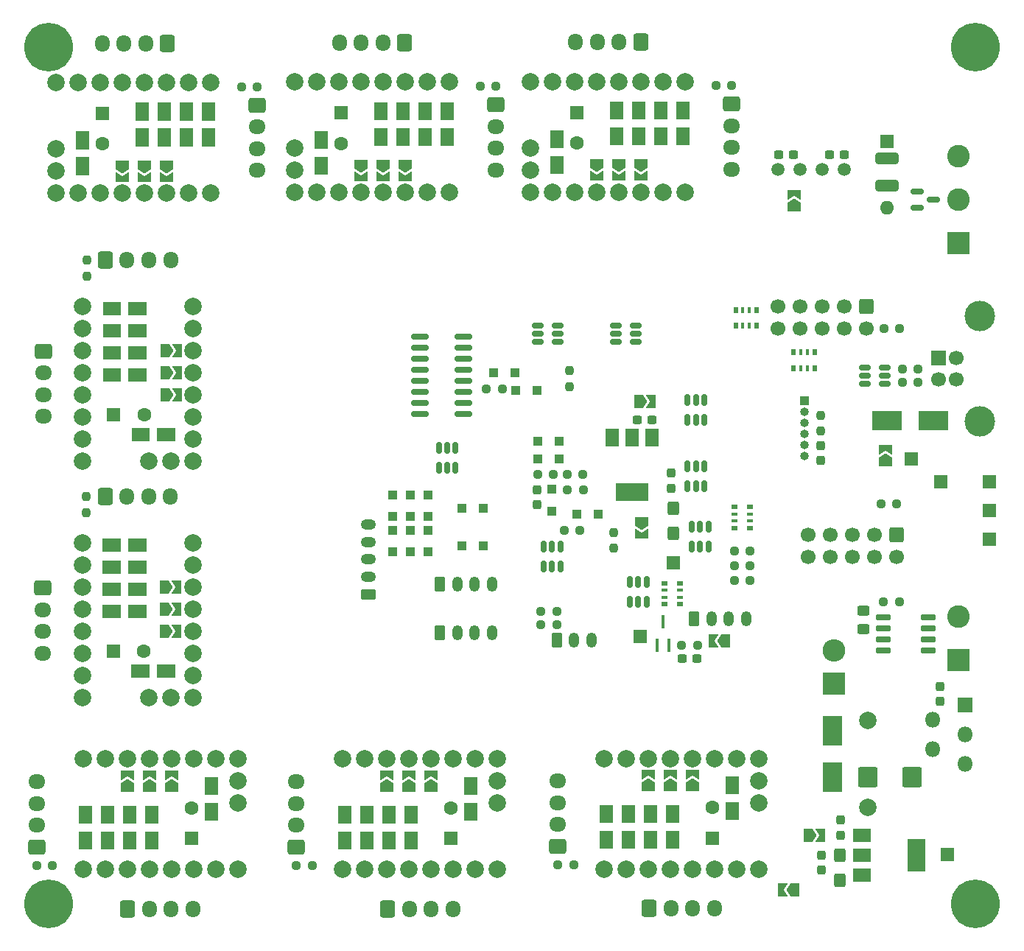
<source format=gbr>
%TF.GenerationSoftware,KiCad,Pcbnew,6.0.5*%
%TF.CreationDate,2022-11-27T13:32:37+03:00*%
%TF.ProjectId,multistepper,6d756c74-6973-4746-9570-7065722e6b69,rev?*%
%TF.SameCoordinates,Original*%
%TF.FileFunction,Soldermask,Bot*%
%TF.FilePolarity,Negative*%
%FSLAX46Y46*%
G04 Gerber Fmt 4.6, Leading zero omitted, Abs format (unit mm)*
G04 Created by KiCad (PCBNEW 6.0.5) date 2022-11-27 13:32:37*
%MOMM*%
%LPD*%
G01*
G04 APERTURE LIST*
G04 Aperture macros list*
%AMRoundRect*
0 Rectangle with rounded corners*
0 $1 Rounding radius*
0 $2 $3 $4 $5 $6 $7 $8 $9 X,Y pos of 4 corners*
0 Add a 4 corners polygon primitive as box body*
4,1,4,$2,$3,$4,$5,$6,$7,$8,$9,$2,$3,0*
0 Add four circle primitives for the rounded corners*
1,1,$1+$1,$2,$3*
1,1,$1+$1,$4,$5*
1,1,$1+$1,$6,$7*
1,1,$1+$1,$8,$9*
0 Add four rect primitives between the rounded corners*
20,1,$1+$1,$2,$3,$4,$5,0*
20,1,$1+$1,$4,$5,$6,$7,0*
20,1,$1+$1,$6,$7,$8,$9,0*
20,1,$1+$1,$8,$9,$2,$3,0*%
%AMFreePoly0*
4,1,6,1.000000,0.000000,0.500000,-0.750000,-0.500000,-0.750000,-0.500000,0.750000,0.500000,0.750000,1.000000,0.000000,1.000000,0.000000,$1*%
%AMFreePoly1*
4,1,6,0.500000,-0.750000,-0.650000,-0.750000,-0.150000,0.000000,-0.650000,0.750000,0.500000,0.750000,0.500000,-0.750000,0.500000,-0.750000,$1*%
G04 Aperture macros list end*
%ADD10O,1.700000X1.950000*%
%ADD11RoundRect,0.250000X0.600000X0.725000X-0.600000X0.725000X-0.600000X-0.725000X0.600000X-0.725000X0*%
%ADD12R,2.000000X1.500000*%
%ADD13R,2.000000X3.800000*%
%ADD14R,1.500000X1.500000*%
%ADD15FreePoly0,0.000000*%
%ADD16FreePoly1,0.000000*%
%ADD17RoundRect,0.237500X-0.237500X0.300000X-0.237500X-0.300000X0.237500X-0.300000X0.237500X0.300000X0*%
%ADD18RoundRect,0.250000X-0.425000X0.537500X-0.425000X-0.537500X0.425000X-0.537500X0.425000X0.537500X0*%
%ADD19RoundRect,0.237500X0.237500X-0.300000X0.237500X0.300000X-0.237500X0.300000X-0.237500X-0.300000X0*%
%ADD20C,5.600000*%
%ADD21O,1.950000X1.700000*%
%ADD22RoundRect,0.250000X-0.725000X0.600000X-0.725000X-0.600000X0.725000X-0.600000X0.725000X0.600000X0*%
%ADD23O,1.750000X1.200000*%
%ADD24RoundRect,0.250000X0.625000X-0.350000X0.625000X0.350000X-0.625000X0.350000X-0.625000X-0.350000X0*%
%ADD25C,1.700000*%
%ADD26RoundRect,0.250000X-0.600000X0.600000X-0.600000X-0.600000X0.600000X-0.600000X0.600000X0.600000X0*%
%ADD27RoundRect,0.250000X0.725000X-0.600000X0.725000X0.600000X-0.725000X0.600000X-0.725000X-0.600000X0*%
%ADD28R,1.600000X1.600000*%
%ADD29O,1.600000X1.600000*%
%ADD30C,1.600000*%
%ADD31O,1.200000X1.750000*%
%ADD32RoundRect,0.250000X-0.350000X-0.625000X0.350000X-0.625000X0.350000X0.625000X-0.350000X0.625000X0*%
%ADD33RoundRect,0.250000X-0.600000X-0.725000X0.600000X-0.725000X0.600000X0.725000X-0.600000X0.725000X0*%
%ADD34C,2.000000*%
%ADD35C,2.600000*%
%ADD36R,2.600000X2.600000*%
%ADD37O,1.000000X1.000000*%
%ADD38R,1.000000X1.000000*%
%ADD39C,1.500000*%
%ADD40O,2.600000X2.600000*%
%ADD41O,1.800000X1.800000*%
%ADD42R,1.800000X1.800000*%
%ADD43C,3.500000*%
%ADD44R,1.700000X1.700000*%
%ADD45RoundRect,0.150000X-0.512500X-0.150000X0.512500X-0.150000X0.512500X0.150000X-0.512500X0.150000X0*%
%ADD46FreePoly0,90.000000*%
%ADD47FreePoly0,270.000000*%
%ADD48FreePoly1,90.000000*%
%ADD49FreePoly0,180.000000*%
%ADD50RoundRect,0.237500X-0.250000X-0.237500X0.250000X-0.237500X0.250000X0.237500X-0.250000X0.237500X0*%
%ADD51FreePoly1,270.000000*%
%ADD52R,0.500000X0.800000*%
%ADD53R,0.400000X0.800000*%
%ADD54R,0.800000X0.500000*%
%ADD55R,0.800000X0.400000*%
%ADD56RoundRect,0.150000X-0.587500X-0.150000X0.587500X-0.150000X0.587500X0.150000X-0.587500X0.150000X0*%
%ADD57RoundRect,0.150000X-0.150000X0.512500X-0.150000X-0.512500X0.150000X-0.512500X0.150000X0.512500X0*%
%ADD58RoundRect,0.237500X0.250000X0.237500X-0.250000X0.237500X-0.250000X-0.237500X0.250000X-0.237500X0*%
%ADD59RoundRect,0.150000X0.825000X0.150000X-0.825000X0.150000X-0.825000X-0.150000X0.825000X-0.150000X0*%
%ADD60RoundRect,0.150000X0.512500X0.150000X-0.512500X0.150000X-0.512500X-0.150000X0.512500X-0.150000X0*%
%ADD61RoundRect,0.237500X0.300000X0.237500X-0.300000X0.237500X-0.300000X-0.237500X0.300000X-0.237500X0*%
%ADD62RoundRect,0.237500X0.237500X-0.250000X0.237500X0.250000X-0.237500X0.250000X-0.237500X-0.250000X0*%
%ADD63RoundRect,0.250000X0.450000X-0.325000X0.450000X0.325000X-0.450000X0.325000X-0.450000X-0.325000X0*%
%ADD64FreePoly1,180.000000*%
%ADD65R,2.300000X3.500000*%
%ADD66R,3.500000X2.300000*%
%ADD67RoundRect,0.237500X-0.300000X-0.237500X0.300000X-0.237500X0.300000X0.237500X-0.300000X0.237500X0*%
%ADD68RoundRect,0.250000X-0.875000X-0.925000X0.875000X-0.925000X0.875000X0.925000X-0.875000X0.925000X0*%
%ADD69RoundRect,0.237500X-0.237500X0.250000X-0.237500X-0.250000X0.237500X-0.250000X0.237500X0.250000X0*%
%ADD70R,0.450000X1.500000*%
%ADD71RoundRect,0.150000X-0.725000X-0.150000X0.725000X-0.150000X0.725000X0.150000X-0.725000X0.150000X0*%
%ADD72R,1.500000X2.000000*%
%ADD73R,3.800000X2.000000*%
%ADD74RoundRect,0.250000X-1.075000X0.400000X-1.075000X-0.400000X1.075000X-0.400000X1.075000X0.400000X0*%
G04 APERTURE END LIST*
D10*
%TO.C,J15*%
X65144000Y-41563654D03*
X67644000Y-41563654D03*
X70144000Y-41563654D03*
D11*
X72644000Y-41563654D03*
%TD*%
D12*
%TO.C,U8*%
X152450000Y-132574000D03*
X152450000Y-134874000D03*
D13*
X158750000Y-134874000D03*
D12*
X152450000Y-137174000D03*
%TD*%
D14*
%TO.C,TP8*%
X162255200Y-134823200D03*
%TD*%
D15*
%TO.C,JP7*%
X146239400Y-132588000D03*
D16*
X147689400Y-132588000D03*
%TD*%
D17*
%TO.C,C29*%
X147828000Y-136600100D03*
X147828000Y-134875100D03*
%TD*%
D18*
%TO.C,C28*%
X149910800Y-137749000D03*
X149910800Y-134874000D03*
%TD*%
D19*
%TO.C,C27*%
X150012400Y-130861900D03*
X150012400Y-132586900D03*
%TD*%
D20*
%TO.C,H4*%
X165500000Y-140500000D03*
%TD*%
%TO.C,H3*%
X59000000Y-140500000D03*
%TD*%
%TO.C,H2*%
X165500000Y-42000000D03*
%TD*%
%TO.C,H1*%
X59000000Y-42000000D03*
%TD*%
D11*
%TO.C,J17*%
X99921075Y-41501827D03*
D10*
X97421075Y-41501827D03*
X94921075Y-41501827D03*
X92421075Y-41501827D03*
%TD*%
D21*
%TO.C,J12*%
X58374000Y-84474000D03*
X58374000Y-81974000D03*
X58374000Y-79474000D03*
D22*
X58374000Y-76974000D03*
%TD*%
D23*
%TO.C,J6*%
X95758000Y-96902000D03*
X95758000Y-98902000D03*
X95758000Y-100902000D03*
X95758000Y-102902000D03*
D24*
X95758000Y-104902000D03*
%TD*%
D25*
%TO.C,J2*%
X142798800Y-74380700D03*
X142798800Y-71840700D03*
X145338800Y-74380700D03*
X145338800Y-71840700D03*
X147878800Y-74380700D03*
X147878800Y-71840700D03*
X150418800Y-74380700D03*
X150418800Y-71840700D03*
X152958800Y-74380700D03*
D26*
X152958800Y-71840700D03*
%TD*%
D21*
%TO.C,J22*%
X87466000Y-126434000D03*
X87466000Y-128934000D03*
X87466000Y-131434000D03*
D27*
X87466000Y-133934000D03*
%TD*%
D14*
%TO.C,TP7*%
X161544000Y-91948000D03*
%TD*%
D28*
%TO.C,SW3*%
X155295600Y-52832000D03*
D29*
X155295600Y-60452000D03*
%TD*%
D30*
%TO.C,C24*%
X105246000Y-129478000D03*
D28*
X105246000Y-132978000D03*
%TD*%
D31*
%TO.C,J5*%
X109934000Y-103733600D03*
X107934000Y-103733600D03*
X105934000Y-103733600D03*
D32*
X103934000Y-103733600D03*
%TD*%
D33*
%TO.C,J11*%
X65500000Y-66500000D03*
D10*
X68000000Y-66500000D03*
X70500000Y-66500000D03*
X73000000Y-66500000D03*
%TD*%
D34*
%TO.C,XX5*%
X140640000Y-123774000D03*
X138100000Y-123774000D03*
X135560000Y-123774000D03*
X133020000Y-123774000D03*
X130480000Y-123774000D03*
X127940000Y-123774000D03*
X125400000Y-123774000D03*
X122860000Y-123774000D03*
X122860000Y-136474000D03*
X125400000Y-136474000D03*
X127940000Y-136474000D03*
X130480000Y-136474000D03*
X133020000Y-136474000D03*
X135560000Y-136474000D03*
X138100000Y-136474000D03*
X140640000Y-136474000D03*
X140640000Y-126314000D03*
X140640000Y-128854000D03*
%TD*%
D31*
%TO.C,J13*%
X121380000Y-110194000D03*
X119380000Y-110194000D03*
D32*
X117380000Y-110194000D03*
%TD*%
D34*
%TO.C,XX8*%
X75572000Y-116801600D03*
X75572000Y-114261600D03*
X75572000Y-111721600D03*
X75572000Y-109181600D03*
X75572000Y-106641600D03*
X75572000Y-104101600D03*
X75572000Y-101561600D03*
X75572000Y-99021600D03*
X62872000Y-99021600D03*
X62872000Y-101561600D03*
X62872000Y-104101600D03*
X62872000Y-106641600D03*
X62872000Y-109181600D03*
X62872000Y-111721600D03*
X62872000Y-114261600D03*
X62872000Y-116801600D03*
X73032000Y-116801600D03*
X70492000Y-116801600D03*
%TD*%
%TO.C,XX3*%
X87281075Y-53647827D03*
X87281075Y-56187827D03*
X87281075Y-46027827D03*
X89821075Y-46027827D03*
X92361075Y-46027827D03*
X94901075Y-46027827D03*
X97441075Y-46027827D03*
X99981075Y-46027827D03*
X102521075Y-46027827D03*
X105061075Y-46027827D03*
X105061075Y-58727827D03*
X102521075Y-58727827D03*
X99981075Y-58727827D03*
X97441075Y-58727827D03*
X94901075Y-58727827D03*
X92361075Y-58727827D03*
X89821075Y-58727827D03*
X87281075Y-58727827D03*
%TD*%
D35*
%TO.C,J10*%
X163576000Y-107482000D03*
D36*
X163576000Y-112482000D03*
%TD*%
D25*
%TO.C,J3*%
X146304000Y-100584000D03*
X146304000Y-98044000D03*
X148844000Y-100584000D03*
X148844000Y-98044000D03*
X151384000Y-100584000D03*
X151384000Y-98044000D03*
X153924000Y-100584000D03*
X153924000Y-98044000D03*
X156464000Y-100584000D03*
D26*
X156464000Y-98044000D03*
%TD*%
D14*
%TO.C,TP3*%
X167132000Y-91948000D03*
%TD*%
D37*
%TO.C,J1*%
X145821000Y-89027000D03*
X145821000Y-87757000D03*
X145821000Y-86487000D03*
X145821000Y-85217000D03*
X145821000Y-83947000D03*
D38*
X145821000Y-82677000D03*
%TD*%
D27*
%TO.C,J24*%
X57604925Y-133934000D03*
D21*
X57604925Y-131434000D03*
X57604925Y-128934000D03*
X57604925Y-126434000D03*
%TD*%
D28*
%TO.C,C23*%
X135306000Y-132918000D03*
D30*
X135306000Y-129418000D03*
%TD*%
D11*
%TO.C,J19*%
X127026450Y-41440000D03*
D10*
X124526450Y-41440000D03*
X122026450Y-41440000D03*
X119526450Y-41440000D03*
%TD*%
D14*
%TO.C,TP2*%
X167132000Y-95250000D03*
%TD*%
D22*
%TO.C,J14*%
X82974000Y-48689654D03*
D21*
X82974000Y-51189654D03*
X82974000Y-53689654D03*
X82974000Y-56189654D03*
%TD*%
D33*
%TO.C,J23*%
X97940000Y-141060000D03*
D10*
X100440000Y-141060000D03*
X102940000Y-141060000D03*
X105440000Y-141060000D03*
%TD*%
%TO.C,J25*%
X75578925Y-141060000D03*
X73078925Y-141060000D03*
X70578925Y-141060000D03*
D33*
X68078925Y-141060000D03*
%TD*%
D34*
%TO.C,XX4*%
X114386450Y-53586000D03*
X114386450Y-56126000D03*
X114386450Y-45966000D03*
X116926450Y-45966000D03*
X119466450Y-45966000D03*
X122006450Y-45966000D03*
X124546450Y-45966000D03*
X127086450Y-45966000D03*
X129626450Y-45966000D03*
X132166450Y-45966000D03*
X132166450Y-58666000D03*
X129626450Y-58666000D03*
X127086450Y-58666000D03*
X124546450Y-58666000D03*
X122006450Y-58666000D03*
X119466450Y-58666000D03*
X116926450Y-58666000D03*
X114386450Y-58666000D03*
%TD*%
D10*
%TO.C,J21*%
X135500000Y-141000000D03*
X133000000Y-141000000D03*
X130500000Y-141000000D03*
D33*
X128000000Y-141000000D03*
%TD*%
D30*
%TO.C,C21*%
X92615075Y-53083827D03*
D28*
X92615075Y-49583827D03*
%TD*%
D30*
%TO.C,C22*%
X119720450Y-53022000D03*
D28*
X119720450Y-49522000D03*
%TD*%
D21*
%TO.C,J18*%
X137500450Y-56066000D03*
X137500450Y-53566000D03*
X137500450Y-51066000D03*
D22*
X137500450Y-48566000D03*
%TD*%
D39*
%TO.C,Q1*%
X150418800Y-56083200D03*
X147878800Y-56083200D03*
X145338800Y-56083200D03*
X142798800Y-56083200D03*
%TD*%
D34*
%TO.C,XX6*%
X110580000Y-128914000D03*
X110580000Y-126374000D03*
X110580000Y-136534000D03*
X108040000Y-136534000D03*
X105500000Y-136534000D03*
X102960000Y-136534000D03*
X100420000Y-136534000D03*
X97880000Y-136534000D03*
X95340000Y-136534000D03*
X92800000Y-136534000D03*
X92800000Y-123834000D03*
X95340000Y-123834000D03*
X97880000Y-123834000D03*
X100420000Y-123834000D03*
X102960000Y-123834000D03*
X105500000Y-123834000D03*
X108040000Y-123834000D03*
X110580000Y-123834000D03*
%TD*%
D40*
%TO.C,D26*%
X149250400Y-111384400D03*
D36*
X149250400Y-115194400D03*
%TD*%
D14*
%TO.C,TP6*%
X127000000Y-109728000D03*
%TD*%
D28*
%TO.C,C19*%
X66456000Y-84280000D03*
D30*
X69956000Y-84280000D03*
%TD*%
D41*
%TO.C,U5*%
X164287200Y-124402000D03*
X160587200Y-122702000D03*
X164287200Y-121002000D03*
X160587200Y-119302000D03*
D42*
X164287200Y-117602000D03*
%TD*%
D21*
%TO.C,J27*%
X58346000Y-111661600D03*
X58346000Y-109161600D03*
X58346000Y-106661600D03*
D22*
X58346000Y-104161600D03*
%TD*%
D31*
%TO.C,J7*%
X139144000Y-107704800D03*
X137144000Y-107704800D03*
X135144000Y-107704800D03*
D32*
X133144000Y-107704800D03*
%TD*%
D14*
%TO.C,TP4*%
X167132000Y-98552000D03*
%TD*%
D34*
%TO.C,L1*%
X153162000Y-129409200D03*
X153162000Y-119409200D03*
%TD*%
D28*
%TO.C,C20*%
X65194000Y-49645654D03*
D30*
X65194000Y-53145654D03*
%TD*%
D34*
%TO.C,XX2*%
X59860000Y-58789654D03*
X62400000Y-58789654D03*
X64940000Y-58789654D03*
X67480000Y-58789654D03*
X70020000Y-58789654D03*
X72560000Y-58789654D03*
X75100000Y-58789654D03*
X77640000Y-58789654D03*
X77640000Y-46089654D03*
X75100000Y-46089654D03*
X72560000Y-46089654D03*
X70020000Y-46089654D03*
X67480000Y-46089654D03*
X64940000Y-46089654D03*
X62400000Y-46089654D03*
X59860000Y-46089654D03*
X59860000Y-56249654D03*
X59860000Y-53709654D03*
%TD*%
D36*
%TO.C,J9*%
X163576000Y-64516000D03*
D35*
X163576000Y-59516000D03*
X163576000Y-54516000D03*
%TD*%
D28*
%TO.C,C25*%
X75384925Y-132978000D03*
D30*
X75384925Y-129478000D03*
%TD*%
D34*
%TO.C,XX7*%
X80718925Y-123834000D03*
X78178925Y-123834000D03*
X75638925Y-123834000D03*
X73098925Y-123834000D03*
X70558925Y-123834000D03*
X68018925Y-123834000D03*
X65478925Y-123834000D03*
X62938925Y-123834000D03*
X62938925Y-136534000D03*
X65478925Y-136534000D03*
X68018925Y-136534000D03*
X70558925Y-136534000D03*
X73098925Y-136534000D03*
X75638925Y-136534000D03*
X78178925Y-136534000D03*
X80718925Y-136534000D03*
X80718925Y-126374000D03*
X80718925Y-128914000D03*
%TD*%
D33*
%TO.C,J26*%
X65472000Y-93687600D03*
D10*
X67972000Y-93687600D03*
X70472000Y-93687600D03*
X72972000Y-93687600D03*
%TD*%
D31*
%TO.C,J4*%
X109934000Y-109321600D03*
X107934000Y-109321600D03*
X105934000Y-109321600D03*
D32*
X103934000Y-109321600D03*
%TD*%
D27*
%TO.C,J20*%
X117526000Y-133874000D03*
D21*
X117526000Y-131374000D03*
X117526000Y-128874000D03*
X117526000Y-126374000D03*
%TD*%
%TO.C,J16*%
X110395075Y-56127827D03*
X110395075Y-53627827D03*
X110395075Y-51127827D03*
D22*
X110395075Y-48627827D03*
%TD*%
D14*
%TO.C,TP5*%
X130810000Y-101244400D03*
%TD*%
D28*
%TO.C,C26*%
X66428000Y-111467600D03*
D30*
X69928000Y-111467600D03*
%TD*%
D34*
%TO.C,XX1*%
X75600000Y-89614000D03*
X75600000Y-87074000D03*
X75600000Y-84534000D03*
X75600000Y-81994000D03*
X75600000Y-79454000D03*
X75600000Y-76914000D03*
X75600000Y-74374000D03*
X75600000Y-71834000D03*
X62900000Y-71834000D03*
X62900000Y-74374000D03*
X62900000Y-76914000D03*
X62900000Y-79454000D03*
X62900000Y-81994000D03*
X62900000Y-84534000D03*
X62900000Y-87074000D03*
X62900000Y-89614000D03*
X73060000Y-89614000D03*
X70520000Y-89614000D03*
%TD*%
D43*
%TO.C,J8*%
X166000000Y-85000000D03*
X166000000Y-72960000D03*
D25*
X163290000Y-77730000D03*
X163290000Y-80230000D03*
X161290000Y-80230000D03*
D44*
X161290000Y-77730000D03*
%TD*%
D14*
%TO.C,TP1*%
X158167500Y-89348000D03*
%TD*%
D45*
%TO.C,D3*%
X117464000Y-75880000D03*
X117464000Y-74930000D03*
X117464000Y-73980000D03*
X115189000Y-73980000D03*
X115189000Y-74930000D03*
X115189000Y-75880000D03*
%TD*%
D14*
%TO.C,JP36*%
X126832450Y-49592000D03*
X126832450Y-51992000D03*
D46*
X126832450Y-52792000D03*
D47*
X126832450Y-48792000D03*
%TD*%
D14*
%TO.C,JP51*%
X100674000Y-132908000D03*
X100674000Y-130508000D03*
D47*
X100674000Y-129708000D03*
D46*
X100674000Y-133708000D03*
%TD*%
%TO.C,JP1*%
X144627600Y-60364200D03*
D48*
X144627600Y-58914200D03*
%TD*%
D46*
%TO.C,JP42*%
X137592000Y-130346000D03*
D47*
X137592000Y-126346000D03*
D14*
X137592000Y-127146000D03*
X137592000Y-129546000D03*
%TD*%
D15*
%TO.C,JP67*%
X65698000Y-106895600D03*
D49*
X69698000Y-106895600D03*
D14*
X66498000Y-106895600D03*
X68898000Y-106895600D03*
%TD*%
D48*
%TO.C,JP46*%
X130480000Y-125589000D03*
D46*
X130480000Y-127039000D03*
%TD*%
D15*
%TO.C,JP64*%
X65698000Y-101815600D03*
D49*
X69698000Y-101815600D03*
D14*
X68898000Y-101815600D03*
X66498000Y-101815600D03*
%TD*%
%TO.C,JP26*%
X90329075Y-52955827D03*
X90329075Y-55355827D03*
D46*
X90329075Y-56155827D03*
D47*
X90329075Y-52155827D03*
%TD*%
%TO.C,JP18*%
X62908000Y-52217654D03*
D46*
X62908000Y-56217654D03*
D14*
X62908000Y-53017654D03*
X62908000Y-55417654D03*
%TD*%
D15*
%TO.C,JP5*%
X126833800Y-82753200D03*
D16*
X128283800Y-82753200D03*
%TD*%
D50*
%TO.C,R5*%
X137771500Y-103276400D03*
X139596500Y-103276400D03*
%TD*%
D47*
%TO.C,JP38*%
X124546450Y-55401000D03*
D51*
X124546450Y-56851000D03*
%TD*%
D50*
%TO.C,R8*%
X118213500Y-97536000D03*
X120038500Y-97536000D03*
%TD*%
%TO.C,R12*%
X118619900Y-92913200D03*
X120444900Y-92913200D03*
%TD*%
D38*
%TO.C,D20*%
X116840000Y-92831600D03*
X116840000Y-95331600D03*
%TD*%
%TO.C,D23*%
X115123600Y-81483200D03*
X112623600Y-81483200D03*
%TD*%
D52*
%TO.C,RN3*%
X147021400Y-78903400D03*
D53*
X146221400Y-78903400D03*
X145421400Y-78903400D03*
D52*
X144621400Y-78903400D03*
X144621400Y-77103400D03*
D53*
X145421400Y-77103400D03*
X146221400Y-77103400D03*
D52*
X147021400Y-77103400D03*
%TD*%
D47*
%TO.C,JP29*%
X94901075Y-55462827D03*
D51*
X94901075Y-56912827D03*
%TD*%
D16*
%TO.C,JP70*%
X73757000Y-106641600D03*
D15*
X72307000Y-106641600D03*
%TD*%
D38*
%TO.C,D10*%
X100584000Y-97556000D03*
X100584000Y-100056000D03*
%TD*%
%TO.C,D17*%
X100584000Y-93492000D03*
X100584000Y-95992000D03*
%TD*%
D14*
%TO.C,JP49*%
X93054000Y-130508000D03*
X93054000Y-132908000D03*
D47*
X93054000Y-129708000D03*
D46*
X93054000Y-133708000D03*
%TD*%
D14*
%TO.C,JP27*%
X97187075Y-49653827D03*
X97187075Y-52053827D03*
D46*
X97187075Y-52853827D03*
D47*
X97187075Y-48853827D03*
%TD*%
D14*
%TO.C,JP50*%
X107532000Y-127206000D03*
X107532000Y-129606000D03*
D47*
X107532000Y-126406000D03*
D46*
X107532000Y-130406000D03*
%TD*%
D54*
%TO.C,RN4*%
X137784000Y-97262800D03*
D55*
X137784000Y-96462800D03*
X137784000Y-95662800D03*
D54*
X137784000Y-94862800D03*
X139584000Y-94862800D03*
D55*
X139584000Y-95662800D03*
X139584000Y-96462800D03*
D54*
X139584000Y-97262800D03*
%TD*%
D14*
%TO.C,JP24*%
X102267075Y-52053827D03*
X102267075Y-49653827D03*
D46*
X102267075Y-52853827D03*
D47*
X102267075Y-48853827D03*
%TD*%
D56*
%TO.C,D24*%
X158828500Y-60487600D03*
X158828500Y-58587600D03*
X160703500Y-59537600D03*
%TD*%
D57*
%TO.C,D4*%
X103850400Y-90342300D03*
X104800400Y-90342300D03*
X105750400Y-90342300D03*
X105750400Y-88067300D03*
X104800400Y-88067300D03*
X103850400Y-88067300D03*
%TD*%
D16*
%TO.C,JP15*%
X73785000Y-76914000D03*
D15*
X72335000Y-76914000D03*
%TD*%
D58*
%TO.C,R16*%
X158900500Y-80524000D03*
X157075500Y-80524000D03*
%TD*%
D50*
%TO.C,R6*%
X109272700Y-81280000D03*
X111097700Y-81280000D03*
%TD*%
D15*
%TO.C,JP10*%
X69028000Y-86566000D03*
D49*
X73028000Y-86566000D03*
D14*
X69828000Y-86566000D03*
X72228000Y-86566000D03*
%TD*%
D16*
%TO.C,JP13*%
X73785000Y-81994000D03*
D15*
X72335000Y-81994000D03*
%TD*%
%TO.C,JP8*%
X65726000Y-74628000D03*
D49*
X69726000Y-74628000D03*
D14*
X68926000Y-74628000D03*
X66526000Y-74628000D03*
%TD*%
D59*
%TO.C,U7*%
X101665000Y-75311000D03*
X101665000Y-76581000D03*
X101665000Y-77851000D03*
X101665000Y-79121000D03*
X101665000Y-80391000D03*
X101665000Y-81661000D03*
X101665000Y-82931000D03*
X101665000Y-84201000D03*
X106615000Y-84201000D03*
X106615000Y-82931000D03*
X106615000Y-81661000D03*
X106615000Y-80391000D03*
X106615000Y-79121000D03*
X106615000Y-77851000D03*
X106615000Y-76581000D03*
X106615000Y-75311000D03*
%TD*%
D38*
%TO.C,D12*%
X108946000Y-99314000D03*
X106446000Y-99314000D03*
%TD*%
D60*
%TO.C,D2*%
X124217000Y-73980000D03*
X124217000Y-74930000D03*
X124217000Y-75880000D03*
X126492000Y-75880000D03*
X126492000Y-74930000D03*
X126492000Y-73980000D03*
%TD*%
D15*
%TO.C,JP66*%
X69000000Y-113753600D03*
D49*
X73000000Y-113753600D03*
D14*
X72200000Y-113753600D03*
X69800000Y-113753600D03*
%TD*%
%TO.C,JP48*%
X95594000Y-132908000D03*
X95594000Y-130508000D03*
D47*
X95594000Y-129708000D03*
D46*
X95594000Y-133708000D03*
%TD*%
D60*
%TO.C,U3*%
X152786500Y-78812000D03*
X152786500Y-79762000D03*
X152786500Y-80712000D03*
X155061500Y-80712000D03*
X155061500Y-79762000D03*
X155061500Y-78812000D03*
%TD*%
D50*
%TO.C,R28*%
X135671650Y-46423200D03*
X137496650Y-46423200D03*
%TD*%
D48*
%TO.C,JP63*%
X68018925Y-125649000D03*
D46*
X68018925Y-127099000D03*
%TD*%
D38*
%TO.C,D19*%
X106446000Y-94996000D03*
X108946000Y-94996000D03*
%TD*%
D50*
%TO.C,R26*%
X82970200Y-46546854D03*
X81145200Y-46546854D03*
%TD*%
D47*
%TO.C,JP17*%
X77386000Y-48915654D03*
D46*
X77386000Y-52915654D03*
D14*
X77386000Y-52115654D03*
X77386000Y-49715654D03*
%TD*%
D50*
%TO.C,R27*%
X108566275Y-46485027D03*
X110391275Y-46485027D03*
%TD*%
D48*
%TO.C,JP45*%
X133020000Y-125589000D03*
D46*
X133020000Y-127039000D03*
%TD*%
D14*
%TO.C,JP25*%
X104807075Y-52053827D03*
X104807075Y-49653827D03*
D46*
X104807075Y-52853827D03*
D47*
X104807075Y-48853827D03*
%TD*%
D61*
%TO.C,C10*%
X142850700Y-54356000D03*
X144575700Y-54356000D03*
%TD*%
D62*
%TO.C,R32*%
X63329200Y-93691400D03*
X63329200Y-95516400D03*
%TD*%
D38*
%TO.C,D9*%
X98552000Y-97556000D03*
X98552000Y-100056000D03*
%TD*%
%TO.C,D15*%
X112603600Y-79400400D03*
X110103600Y-79400400D03*
%TD*%
D14*
%TO.C,JP28*%
X99727075Y-49653827D03*
X99727075Y-52053827D03*
D46*
X99727075Y-52853827D03*
D47*
X99727075Y-48853827D03*
%TD*%
D63*
%TO.C,D25*%
X152654000Y-108873400D03*
X152654000Y-106823400D03*
%TD*%
D50*
%TO.C,R19*%
X156766900Y-105765600D03*
X154941900Y-105765600D03*
%TD*%
D47*
%TO.C,JP37*%
X122006450Y-55401000D03*
D51*
X122006450Y-56851000D03*
%TD*%
D38*
%TO.C,D21*%
X117683600Y-89306400D03*
X115183600Y-89306400D03*
%TD*%
D47*
%TO.C,JP19*%
X69766000Y-48915654D03*
D46*
X69766000Y-52915654D03*
D14*
X69766000Y-52115654D03*
X69766000Y-49715654D03*
%TD*%
D58*
%TO.C,R7*%
X116992400Y-91084400D03*
X115167400Y-91084400D03*
%TD*%
D52*
%TO.C,RN1*%
X137941200Y-72201200D03*
D53*
X138741200Y-72201200D03*
X139541200Y-72201200D03*
D52*
X140341200Y-72201200D03*
X140341200Y-74001200D03*
D53*
X139541200Y-74001200D03*
X138741200Y-74001200D03*
D52*
X137941200Y-74001200D03*
%TD*%
D49*
%TO.C,JP4*%
X136804400Y-110236000D03*
D64*
X135354400Y-110236000D03*
%TD*%
D57*
%TO.C,D7*%
X132908000Y-99435500D03*
X133858000Y-99435500D03*
X134808000Y-99435500D03*
X134808000Y-97160500D03*
X133858000Y-97160500D03*
X132908000Y-97160500D03*
%TD*%
D14*
%TO.C,JP32*%
X129372450Y-51992000D03*
X129372450Y-49592000D03*
D46*
X129372450Y-52792000D03*
D47*
X129372450Y-48792000D03*
%TD*%
D46*
%TO.C,JP2*%
X155197900Y-89703600D03*
D48*
X155197900Y-88253600D03*
%TD*%
D14*
%TO.C,JP35*%
X124292450Y-49592000D03*
X124292450Y-51992000D03*
D46*
X124292450Y-52792000D03*
D47*
X124292450Y-48792000D03*
%TD*%
D65*
%TO.C,D27*%
X149098000Y-120548400D03*
X149098000Y-125948400D03*
%TD*%
D48*
%TO.C,JP61*%
X73098925Y-125649000D03*
D46*
X73098925Y-127099000D03*
%TD*%
D47*
%TO.C,JP3*%
X127101600Y-96557000D03*
D51*
X127101600Y-98007000D03*
%TD*%
D46*
%TO.C,JP58*%
X77670925Y-130406000D03*
D47*
X77670925Y-126406000D03*
D14*
X77670925Y-127206000D03*
X77670925Y-129606000D03*
%TD*%
D46*
%TO.C,JP44*%
X128194000Y-133648000D03*
D47*
X128194000Y-129648000D03*
D14*
X128194000Y-130448000D03*
X128194000Y-132848000D03*
%TD*%
D38*
%TO.C,D11*%
X102616000Y-97556000D03*
X102616000Y-100056000D03*
%TD*%
D16*
%TO.C,JP14*%
X73785000Y-79454000D03*
D15*
X72335000Y-79454000D03*
%TD*%
D47*
%TO.C,JP39*%
X127086450Y-55401000D03*
D51*
X127086450Y-56851000D03*
%TD*%
D58*
%TO.C,R30*%
X89294800Y-136076800D03*
X87469800Y-136076800D03*
%TD*%
D46*
%TO.C,JP57*%
X63192925Y-133708000D03*
D47*
X63192925Y-129708000D03*
D14*
X63192925Y-132908000D03*
X63192925Y-130508000D03*
%TD*%
D46*
%TO.C,JP40*%
X125654000Y-133648000D03*
D47*
X125654000Y-129648000D03*
D14*
X125654000Y-132848000D03*
X125654000Y-130448000D03*
%TD*%
D61*
%TO.C,C11*%
X150418800Y-54356000D03*
X148693800Y-54356000D03*
%TD*%
D47*
%TO.C,JP30*%
X97441075Y-55462827D03*
D51*
X97441075Y-56912827D03*
%TD*%
%TO.C,JP21*%
X67480000Y-56974654D03*
D47*
X67480000Y-55524654D03*
%TD*%
D19*
%TO.C,C13*%
X161442400Y-115469500D03*
X161442400Y-117194500D03*
%TD*%
D51*
%TO.C,JP23*%
X72560000Y-56974654D03*
D47*
X72560000Y-55524654D03*
%TD*%
%TO.C,JP20*%
X72306000Y-48915654D03*
D46*
X72306000Y-52915654D03*
D14*
X72306000Y-52115654D03*
X72306000Y-49715654D03*
%TD*%
D15*
%TO.C,JP12*%
X65726000Y-77168000D03*
D49*
X69726000Y-77168000D03*
D14*
X66526000Y-77168000D03*
X68926000Y-77168000D03*
%TD*%
D57*
%TO.C,D6*%
X125796000Y-105785500D03*
X126746000Y-105785500D03*
X127696000Y-105785500D03*
X127696000Y-103510500D03*
X126746000Y-103510500D03*
X125796000Y-103510500D03*
%TD*%
D58*
%TO.C,R17*%
X158900500Y-79000000D03*
X157075500Y-79000000D03*
%TD*%
D66*
%TO.C,D22*%
X155296000Y-84923000D03*
X160696000Y-84923000D03*
%TD*%
D67*
%TO.C,C12*%
X133501300Y-112318800D03*
X131776300Y-112318800D03*
%TD*%
D18*
%TO.C,C16*%
X130810000Y-94980900D03*
X130810000Y-97855900D03*
%TD*%
D19*
%TO.C,C18*%
X130505200Y-90983900D03*
X130505200Y-92708900D03*
%TD*%
D51*
%TO.C,JP22*%
X70020000Y-56974654D03*
D47*
X70020000Y-55524654D03*
%TD*%
D62*
%TO.C,R22*%
X118872000Y-81026000D03*
X118872000Y-79201000D03*
%TD*%
D38*
%TO.C,D16*%
X98552000Y-93492000D03*
X98552000Y-95992000D03*
%TD*%
D49*
%TO.C,JP6*%
X144743000Y-138836400D03*
D64*
X143293000Y-138836400D03*
%TD*%
D58*
%TO.C,R31*%
X57608725Y-136076800D03*
X59433725Y-136076800D03*
%TD*%
D38*
%TO.C,D13*%
X119674000Y-95656400D03*
X122174000Y-95656400D03*
%TD*%
D46*
%TO.C,JP56*%
X65732925Y-133708000D03*
D47*
X65732925Y-129708000D03*
D14*
X65732925Y-130508000D03*
X65732925Y-132908000D03*
%TD*%
D46*
%TO.C,JP60*%
X68272925Y-133708000D03*
D47*
X68272925Y-129708000D03*
D14*
X68272925Y-132908000D03*
X68272925Y-130508000D03*
%TD*%
D15*
%TO.C,JP65*%
X65698000Y-99275600D03*
D49*
X69698000Y-99275600D03*
D14*
X66498000Y-99275600D03*
X68898000Y-99275600D03*
%TD*%
D57*
%TO.C,D1*%
X132433000Y-84836000D03*
X133383000Y-84836000D03*
X134333000Y-84836000D03*
X134333000Y-82561000D03*
X133383000Y-82561000D03*
X132433000Y-82561000D03*
%TD*%
D38*
%TO.C,D18*%
X102616000Y-93492000D03*
X102616000Y-95992000D03*
%TD*%
D50*
%TO.C,R15*%
X137771500Y-101600000D03*
X139596500Y-101600000D03*
%TD*%
D46*
%TO.C,JP41*%
X123114000Y-133648000D03*
D47*
X123114000Y-129648000D03*
D14*
X123114000Y-130448000D03*
X123114000Y-132848000D03*
%TD*%
D62*
%TO.C,R1*%
X147726400Y-84329900D03*
X147726400Y-86154900D03*
%TD*%
D46*
%TO.C,JP55*%
X97880000Y-127099000D03*
D48*
X97880000Y-125649000D03*
%TD*%
D68*
%TO.C,C17*%
X158201200Y-125933200D03*
X153101200Y-125933200D03*
%TD*%
D57*
%TO.C,D8*%
X132433000Y-92456000D03*
X133383000Y-92456000D03*
X134333000Y-92456000D03*
X134333000Y-90181000D03*
X133383000Y-90181000D03*
X132433000Y-90181000D03*
%TD*%
D19*
%TO.C,C8*%
X115112800Y-92863500D03*
X115112800Y-94588500D03*
%TD*%
D46*
%TO.C,JP54*%
X100420000Y-127099000D03*
D48*
X100420000Y-125649000D03*
%TD*%
D54*
%TO.C,RN2*%
X131557600Y-103651200D03*
D55*
X131557600Y-104451200D03*
X131557600Y-105251200D03*
D54*
X131557600Y-106051200D03*
X129757600Y-106051200D03*
D55*
X129757600Y-105251200D03*
X129757600Y-104451200D03*
D54*
X129757600Y-103651200D03*
%TD*%
D58*
%TO.C,R29*%
X117529800Y-136016800D03*
X119354800Y-136016800D03*
%TD*%
D14*
%TO.C,JP33*%
X131912450Y-49592000D03*
X131912450Y-51992000D03*
D46*
X131912450Y-52792000D03*
D47*
X131912450Y-48792000D03*
%TD*%
D61*
%TO.C,C15*%
X126594700Y-84836000D03*
X128319700Y-84836000D03*
%TD*%
D47*
%TO.C,JP16*%
X74846000Y-48915654D03*
D46*
X74846000Y-52915654D03*
D14*
X74846000Y-52115654D03*
X74846000Y-49715654D03*
%TD*%
D57*
%TO.C,D5*%
X115890000Y-101721500D03*
X116840000Y-101721500D03*
X117790000Y-101721500D03*
X117790000Y-99446500D03*
X116840000Y-99446500D03*
X115890000Y-99446500D03*
%TD*%
D17*
%TO.C,C3*%
X147726400Y-89508500D03*
X147726400Y-87783500D03*
%TD*%
D50*
%TO.C,R20*%
X131726300Y-110744000D03*
X133551300Y-110744000D03*
%TD*%
D69*
%TO.C,R21*%
X123952000Y-99615000D03*
X123952000Y-97790000D03*
%TD*%
D58*
%TO.C,R4*%
X156462100Y-94538800D03*
X154637100Y-94538800D03*
%TD*%
D50*
%TO.C,R3*%
X154967300Y-74345800D03*
X156792300Y-74345800D03*
%TD*%
D48*
%TO.C,JP47*%
X127940000Y-125589000D03*
D46*
X127940000Y-127039000D03*
%TD*%
D58*
%TO.C,R13*%
X118569100Y-91084400D03*
X120394100Y-91084400D03*
%TD*%
D47*
%TO.C,JP31*%
X99981075Y-55462827D03*
D51*
X99981075Y-56912827D03*
%TD*%
D38*
%TO.C,D14*%
X115183600Y-87274400D03*
X117683600Y-87274400D03*
%TD*%
D70*
%TO.C,U4*%
X129590800Y-108093200D03*
X128940800Y-110753200D03*
X130240800Y-110753200D03*
%TD*%
D71*
%TO.C,Q2*%
X154905000Y-111379000D03*
X154905000Y-110109000D03*
X154905000Y-108839000D03*
X154905000Y-107569000D03*
X160055000Y-107569000D03*
X160055000Y-108839000D03*
X160055000Y-110109000D03*
X160055000Y-111379000D03*
%TD*%
D46*
%TO.C,JP59*%
X70812925Y-133708000D03*
D47*
X70812925Y-129708000D03*
D14*
X70812925Y-132908000D03*
X70812925Y-130508000D03*
%TD*%
D50*
%TO.C,R24*%
X115571900Y-108407200D03*
X117396900Y-108407200D03*
%TD*%
D14*
%TO.C,JP34*%
X117434450Y-55294000D03*
X117434450Y-52894000D03*
D46*
X117434450Y-56094000D03*
D47*
X117434450Y-52094000D03*
%TD*%
D46*
%TO.C,JP43*%
X130734000Y-133648000D03*
D47*
X130734000Y-129648000D03*
D14*
X130734000Y-132848000D03*
X130734000Y-130448000D03*
%TD*%
D50*
%TO.C,R14*%
X137771500Y-99923600D03*
X139596500Y-99923600D03*
%TD*%
D15*
%TO.C,JP68*%
X65698000Y-104355600D03*
D49*
X69698000Y-104355600D03*
D14*
X66498000Y-104355600D03*
X68898000Y-104355600D03*
%TD*%
D50*
%TO.C,R25*%
X115571900Y-106883200D03*
X117396900Y-106883200D03*
%TD*%
D72*
%TO.C,U6*%
X123734800Y-86868000D03*
D73*
X126034800Y-93168000D03*
D72*
X126034800Y-86868000D03*
X128334800Y-86868000D03*
%TD*%
D16*
%TO.C,JP71*%
X73757000Y-104101600D03*
D15*
X72307000Y-104101600D03*
%TD*%
D16*
%TO.C,JP69*%
X73757000Y-109181600D03*
D15*
X72307000Y-109181600D03*
%TD*%
D48*
%TO.C,JP62*%
X70558925Y-125649000D03*
D46*
X70558925Y-127099000D03*
%TD*%
D74*
%TO.C,R18*%
X155295600Y-54838000D03*
X155295600Y-57938000D03*
%TD*%
D15*
%TO.C,JP11*%
X65726000Y-79708000D03*
D49*
X69726000Y-79708000D03*
D14*
X66526000Y-79708000D03*
X68926000Y-79708000D03*
%TD*%
%TO.C,JP52*%
X98134000Y-132908000D03*
X98134000Y-130508000D03*
D47*
X98134000Y-129708000D03*
D46*
X98134000Y-133708000D03*
%TD*%
D62*
%TO.C,R23*%
X63357200Y-66503800D03*
X63357200Y-68328800D03*
%TD*%
D15*
%TO.C,JP9*%
X65726000Y-72088000D03*
D49*
X69726000Y-72088000D03*
D14*
X66526000Y-72088000D03*
X68926000Y-72088000D03*
%TD*%
D46*
%TO.C,JP53*%
X102960000Y-127099000D03*
D48*
X102960000Y-125649000D03*
%TD*%
M02*

</source>
